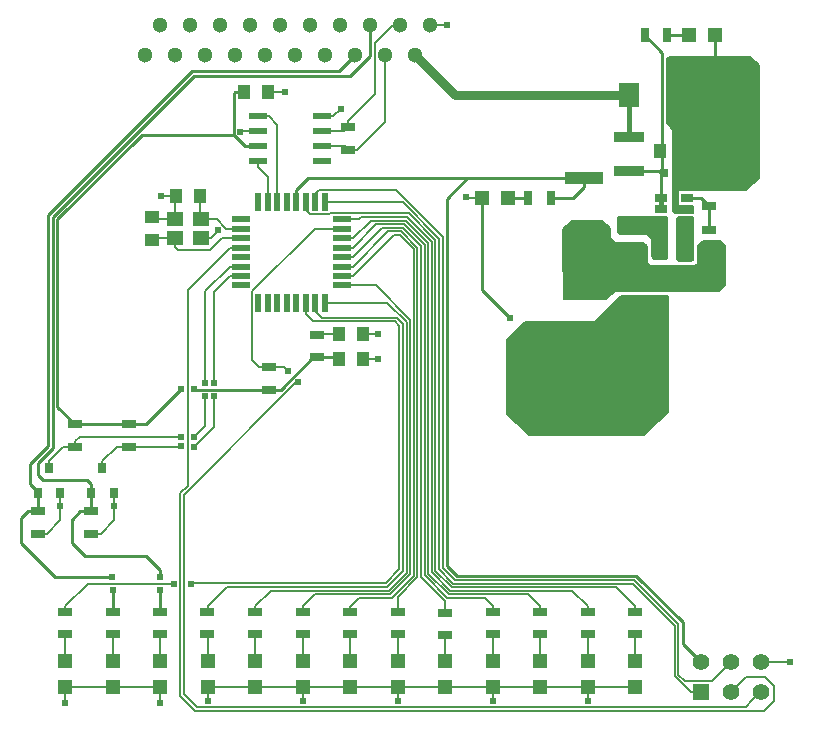
<source format=gtl>
G04 #@! TF.GenerationSoftware,KiCad,Pcbnew,5.1.5-52549c5~84~ubuntu18.04.1*
G04 #@! TF.CreationDate,2019-12-12T20:24:59-05:00*
G04 #@! TF.ProjectId,Shutdown_Sense,53687574-646f-4776-9e5f-53656e73652e,rev?*
G04 #@! TF.SameCoordinates,Original*
G04 #@! TF.FileFunction,Copper,L1,Top*
G04 #@! TF.FilePolarity,Positive*
%FSLAX46Y46*%
G04 Gerber Fmt 4.6, Leading zero omitted, Abs format (unit mm)*
G04 Created by KiCad (PCBNEW 5.1.5-52549c5~84~ubuntu18.04.1) date 2019-12-12 20:24:59*
%MOMM*%
%LPD*%
G04 APERTURE LIST*
%ADD10R,1.200000X1.200000*%
%ADD11R,1.400000X1.200000*%
%ADD12R,1.550000X0.600000*%
%ADD13R,0.700000X1.300000*%
%ADD14R,1.300000X0.700000*%
%ADD15R,0.800000X0.900000*%
%ADD16C,1.400000*%
%ADD17R,1.400000X1.400000*%
%ADD18R,1.600000X0.550000*%
%ADD19R,0.550000X1.600000*%
%ADD20R,1.000000X1.250000*%
%ADD21R,1.250000X1.000000*%
%ADD22C,1.300000*%
%ADD23R,0.800000X0.750000*%
%ADD24R,1.060000X0.650000*%
%ADD25R,3.500000X1.780000*%
%ADD26R,2.000000X1.200000*%
%ADD27R,1.600000X1.000000*%
%ADD28R,3.200000X1.000000*%
%ADD29R,1.778000X2.159000*%
%ADD30R,2.500000X0.900000*%
%ADD31C,0.800000*%
%ADD32C,0.609600*%
%ADD33C,0.152400*%
%ADD34C,0.254000*%
%ADD35C,0.381000*%
%ADD36C,0.250000*%
%ADD37C,0.800000*%
G04 APERTURE END LIST*
D10*
X145474264Y-98940800D03*
X145474264Y-96740800D03*
D11*
X138701600Y-59398000D03*
X140901600Y-59398000D03*
X140901600Y-60998000D03*
X138701600Y-60998000D03*
D12*
X151086800Y-50673000D03*
X151086800Y-51943000D03*
X151086800Y-53213000D03*
X151086800Y-54483000D03*
X145686800Y-54483000D03*
X145686800Y-53213000D03*
X145686800Y-51943000D03*
X145686800Y-50673000D03*
D13*
X180375600Y-43789600D03*
X178475600Y-43789600D03*
D14*
X134772400Y-78623200D03*
X134772400Y-76723200D03*
X131572000Y-85989200D03*
X131572000Y-84089200D03*
X130251200Y-78623200D03*
X130251200Y-76723200D03*
X127050800Y-85989200D03*
X127050800Y-84089200D03*
X146608800Y-71897200D03*
X146608800Y-73797200D03*
X153314400Y-53477200D03*
X153314400Y-51577200D03*
X150672800Y-69154000D03*
X150672800Y-71054000D03*
D15*
X132537200Y-80433200D03*
X133487200Y-82533200D03*
X131587200Y-82533200D03*
X128016000Y-80433200D03*
X128966000Y-82533200D03*
X127066000Y-82533200D03*
D16*
X188264800Y-96875600D03*
X188264800Y-99415600D03*
X185724800Y-96875600D03*
X185724800Y-99415600D03*
X183184800Y-96875600D03*
D17*
X183184800Y-99415600D03*
D18*
X152789200Y-59379200D03*
X152789200Y-60179200D03*
X152789200Y-60979200D03*
X152789200Y-61779200D03*
X152789200Y-62579200D03*
X152789200Y-63379200D03*
X152789200Y-64179200D03*
X152789200Y-64979200D03*
D19*
X151339200Y-66429200D03*
X150539200Y-66429200D03*
X149739200Y-66429200D03*
X148939200Y-66429200D03*
X148139200Y-66429200D03*
X147339200Y-66429200D03*
X146539200Y-66429200D03*
X145739200Y-66429200D03*
D18*
X144289200Y-64979200D03*
X144289200Y-64179200D03*
X144289200Y-63379200D03*
X144289200Y-62579200D03*
X144289200Y-61779200D03*
X144289200Y-60979200D03*
X144289200Y-60179200D03*
X144289200Y-59379200D03*
D19*
X145739200Y-57929200D03*
X146539200Y-57929200D03*
X147339200Y-57929200D03*
X148139200Y-57929200D03*
X148939200Y-57929200D03*
X149739200Y-57929200D03*
X150539200Y-57929200D03*
X151339200Y-57929200D03*
D10*
X141452598Y-98940800D03*
X141452598Y-96740800D03*
X149495930Y-98940800D03*
X149495930Y-96740800D03*
X153517596Y-98940800D03*
X153517596Y-96740800D03*
X157539262Y-98940800D03*
X157539262Y-96740800D03*
X137430932Y-98940800D03*
X137430932Y-96740800D03*
X133409266Y-98940800D03*
X133409266Y-96740800D03*
X161560928Y-98940800D03*
X161560928Y-96740800D03*
X165582594Y-98940800D03*
X165582594Y-96740800D03*
X169604260Y-98940800D03*
X169604260Y-96740800D03*
X173625926Y-98940800D03*
X173625926Y-96740800D03*
X177647600Y-98940800D03*
X177647600Y-96740800D03*
X129387600Y-98940800D03*
X129387600Y-96740800D03*
D20*
X146542000Y-48564800D03*
X144542000Y-48564800D03*
X138801600Y-57404000D03*
X140801600Y-57404000D03*
D21*
X136702800Y-59147200D03*
X136702800Y-61147200D03*
D20*
X154568400Y-69088000D03*
X152568400Y-69088000D03*
X154568400Y-71170800D03*
X152568400Y-71170800D03*
D22*
X155194000Y-42934000D03*
X157734000Y-42934000D03*
X160274000Y-42934000D03*
X152654000Y-42934000D03*
X159004000Y-45474000D03*
X156464000Y-45474000D03*
X153924000Y-45474000D03*
X151384000Y-45474000D03*
X150114000Y-42934000D03*
X148844000Y-45474000D03*
X147574000Y-42934000D03*
X146304000Y-45474000D03*
X145034000Y-42934000D03*
X143764000Y-45474000D03*
X142494000Y-42934000D03*
X141224000Y-45474000D03*
X139954000Y-42934000D03*
X138684000Y-45474000D03*
X137414000Y-42934000D03*
X136144000Y-45474000D03*
D10*
X182184900Y-43769700D03*
X184384900Y-43769700D03*
D20*
X181903900Y-61841500D03*
X179903900Y-61841500D03*
D23*
X180074400Y-55428000D03*
X181574400Y-55428000D03*
D24*
X182019100Y-59497300D03*
X182019100Y-58547300D03*
X182019100Y-57597300D03*
X179819100Y-57597300D03*
X179819100Y-59497300D03*
X179819100Y-58547300D03*
D25*
X173283900Y-64699000D03*
X173283900Y-69979000D03*
D26*
X177218360Y-59746400D03*
X177218360Y-62946400D03*
D27*
X179633900Y-64318000D03*
X179633900Y-67318000D03*
D28*
X173278820Y-62097900D03*
X173278820Y-55897900D03*
D14*
X183906180Y-62164120D03*
X183906180Y-60264120D03*
D13*
X170484900Y-57569700D03*
X168584900Y-57569700D03*
D21*
X177284400Y-64842000D03*
X177284400Y-66842000D03*
D10*
X166834900Y-57569700D03*
X164634900Y-57569700D03*
D14*
X183921420Y-56377920D03*
X183921420Y-58277920D03*
D29*
X181221400Y-48824000D03*
X177157400Y-48824000D03*
D20*
X179733720Y-53622060D03*
X181733720Y-53622060D03*
D30*
X177157400Y-52390500D03*
X177157400Y-55290500D03*
D14*
X129387600Y-94523600D03*
X129387600Y-92623600D03*
X177647600Y-92608400D03*
X177647600Y-94508400D03*
X173634400Y-94523600D03*
X173634400Y-92623600D03*
X169570400Y-92623600D03*
X169570400Y-94523600D03*
X165608000Y-94523600D03*
X165608000Y-92623600D03*
X161544000Y-92674400D03*
X161544000Y-94574400D03*
X157530800Y-94523600D03*
X157530800Y-92623600D03*
X153517600Y-92623600D03*
X153517600Y-94523600D03*
X149504400Y-94523600D03*
X149504400Y-92623600D03*
X145440400Y-92623600D03*
X145440400Y-94523600D03*
X141427200Y-92623600D03*
X141427200Y-94523600D03*
X133400800Y-94523600D03*
X133400800Y-92623600D03*
X137414000Y-92623600D03*
X137414000Y-94523600D03*
D31*
X174485320Y-74889480D03*
X181975780Y-46545620D03*
X186679860Y-55575320D03*
X186654460Y-49776500D03*
D32*
X167060900Y-67759700D03*
D31*
X168295340Y-72024360D03*
X186654460Y-46621820D03*
D32*
X163314400Y-57536200D03*
D31*
X171749740Y-74889480D03*
X186692560Y-52745760D03*
X169649160Y-74889480D03*
X177820340Y-74853920D03*
X184856140Y-46558320D03*
D32*
X155854400Y-69088000D03*
X155854400Y-71170800D03*
X144221200Y-51968400D03*
X147980400Y-48564800D03*
X152704800Y-50038000D03*
X137464800Y-57404000D03*
X142341600Y-60299600D03*
X161696400Y-42926000D03*
X128981200Y-83616800D03*
X133502400Y-83616800D03*
X190754000Y-96824800D03*
X137414000Y-100330000D03*
X129387600Y-100330000D03*
X141478000Y-100152199D03*
X149504400Y-100152199D03*
X157581600Y-100152199D03*
X165608000Y-100152199D03*
X173634400Y-100152199D03*
X140309600Y-73761600D03*
X139192000Y-73761600D03*
X149099492Y-73153492D03*
X148240308Y-72243508D03*
X138607800Y-90220800D03*
X140004800Y-90220802D03*
X141986000Y-73213000D03*
X141986000Y-74381400D03*
X139217400Y-78587600D03*
X140309600Y-78638400D03*
X141223997Y-74381400D03*
X141224000Y-73213000D03*
X140309592Y-77774800D03*
X139191988Y-77774800D03*
X137414000Y-90754160D03*
X137414000Y-89687360D03*
X133400800Y-90754211D03*
X133385230Y-89687411D03*
D33*
X164871900Y-57569700D02*
X164838400Y-57536200D01*
D34*
X177760400Y-67318000D02*
X177284400Y-66842000D01*
D35*
X181975780Y-48069620D02*
X181221400Y-48824000D01*
D34*
X183921420Y-56377920D02*
X182649320Y-56377920D01*
X181521220Y-53622060D02*
X181521220Y-55124820D01*
X182649320Y-56377920D02*
X181824400Y-55553000D01*
X185877260Y-56377920D02*
X186679860Y-55575320D01*
D33*
X181221400Y-48633500D02*
X181221400Y-48824000D01*
D34*
X174022400Y-69979000D02*
X173283900Y-69979000D01*
X181209699Y-58521899D02*
X181235100Y-58547300D01*
X183921420Y-56377920D02*
X185877260Y-56377920D01*
X177284400Y-66842000D02*
X177159400Y-66842000D01*
X181221400Y-48824000D02*
X181221400Y-47300000D01*
X177159400Y-66842000D02*
X174022400Y-69979000D01*
D36*
X169649160Y-74889480D02*
X169547560Y-74991080D01*
D34*
X181521220Y-55124820D02*
X181824400Y-55428000D01*
X181221400Y-47300000D02*
X181975780Y-46545620D01*
X181209699Y-56921701D02*
X181209699Y-58521899D01*
X181824400Y-56307000D02*
X181209699Y-56921701D01*
X164634900Y-57569700D02*
X164634900Y-60239060D01*
X164634900Y-65333700D02*
X167060900Y-67759700D01*
D33*
X164634900Y-57569700D02*
X163347900Y-57569700D01*
D34*
X164634900Y-60239060D02*
X164634900Y-65333700D01*
X181824400Y-55553000D02*
X181824400Y-55428000D01*
X173283900Y-69979000D02*
X173283900Y-73688060D01*
X181824400Y-55428000D02*
X181824400Y-56307000D01*
X173283900Y-73688060D02*
X174485320Y-74889480D01*
D35*
X184919640Y-46621820D02*
X184856140Y-46558320D01*
D34*
X181235100Y-58547300D02*
X182019100Y-58547300D01*
X184384900Y-46087080D02*
X184856140Y-46558320D01*
X179633900Y-67318000D02*
X177760400Y-67318000D01*
X184384900Y-43769700D02*
X184384900Y-46087080D01*
D35*
X186692560Y-49814600D02*
X186654460Y-49776500D01*
D33*
X154568400Y-69088000D02*
X155854400Y-69088000D01*
X154568400Y-71170800D02*
X155854400Y-71170800D01*
X145686800Y-51943000D02*
X144246600Y-51943000D01*
X144246600Y-51943000D02*
X144221200Y-51968400D01*
X152069800Y-50673000D02*
X152704800Y-50038000D01*
X151086800Y-50673000D02*
X152069800Y-50673000D01*
X146542000Y-48564800D02*
X147980400Y-48564800D01*
X138701600Y-57504000D02*
X138801600Y-57404000D01*
X138701600Y-59398000D02*
X138701600Y-57504000D01*
X136953600Y-59398000D02*
X136702800Y-59147200D01*
X138701600Y-59398000D02*
X136953600Y-59398000D01*
X138801600Y-57404000D02*
X137464800Y-57404000D01*
X140901600Y-60998000D02*
X141754000Y-60998000D01*
X141754000Y-60998000D02*
X142341600Y-60410400D01*
X160274000Y-42934000D02*
X161688400Y-42934000D01*
X161688400Y-42934000D02*
X161696400Y-42926000D01*
X128966000Y-82533200D02*
X128966000Y-83601600D01*
X128966000Y-83601600D02*
X128981200Y-83616800D01*
X133487200Y-82533200D02*
X133487200Y-83601600D01*
X133487200Y-83601600D02*
X133502400Y-83616800D01*
X128981200Y-84861200D02*
X128981200Y-84047852D01*
X128981200Y-84047852D02*
X128981200Y-83616800D01*
X127853200Y-85989200D02*
X128981200Y-84861200D01*
X127050800Y-85989200D02*
X127853200Y-85989200D01*
X133502400Y-84047852D02*
X133502400Y-83616800D01*
X133502400Y-84861200D02*
X133502400Y-84047852D01*
X132374400Y-85989200D02*
X133502400Y-84861200D01*
X131572000Y-85989200D02*
X132374400Y-85989200D01*
X129387600Y-98940800D02*
X133409266Y-98940800D01*
X134161666Y-98940800D02*
X137430932Y-98940800D01*
X133409266Y-98940800D02*
X134161666Y-98940800D01*
X141452598Y-98940800D02*
X145474264Y-98940800D01*
X146226664Y-98940800D02*
X149495930Y-98940800D01*
X145474264Y-98940800D02*
X146226664Y-98940800D01*
X149495930Y-98940800D02*
X153517596Y-98940800D01*
X153517596Y-98940800D02*
X157539262Y-98940800D01*
X158291662Y-98940800D02*
X161560928Y-98940800D01*
X157539262Y-98940800D02*
X158291662Y-98940800D01*
X162313328Y-98940800D02*
X165582594Y-98940800D01*
X161560928Y-98940800D02*
X162313328Y-98940800D01*
X165582594Y-98940800D02*
X169604260Y-98940800D01*
X169604260Y-98940800D02*
X173625926Y-98940800D01*
X174378326Y-98940800D02*
X177647600Y-98940800D01*
X173625926Y-98940800D02*
X174378326Y-98940800D01*
X188264800Y-96875600D02*
X190703200Y-96875600D01*
X190703200Y-96875600D02*
X190754000Y-96824800D01*
X137430932Y-98940800D02*
X137430932Y-100313068D01*
X137430932Y-100313068D02*
X137414000Y-100330000D01*
X129387600Y-98940800D02*
X129387600Y-100330000D01*
X141452598Y-98940800D02*
X141452598Y-100126797D01*
X141452598Y-100126797D02*
X141478000Y-100152199D01*
X149495930Y-98940800D02*
X149495930Y-100143729D01*
X149495930Y-100143729D02*
X149504400Y-100152199D01*
X157539262Y-98940800D02*
X157539262Y-100109861D01*
X157539262Y-100109861D02*
X157581600Y-100152199D01*
X165582594Y-98940800D02*
X165582594Y-100126793D01*
X165582594Y-100126793D02*
X165608000Y-100152199D01*
X173625926Y-98940800D02*
X173625926Y-100143725D01*
X173625926Y-100143725D02*
X173634400Y-100152199D01*
D34*
X173278820Y-55897900D02*
X173278820Y-56651900D01*
X173278820Y-56651900D02*
X172361020Y-57569700D01*
X172361020Y-57569700D02*
X171088900Y-57569700D01*
X170484900Y-57269700D02*
X170484900Y-57569700D01*
X171088900Y-57569700D02*
X170484900Y-57569700D01*
X152451600Y-71054000D02*
X152568400Y-71170800D01*
X150672800Y-71054000D02*
X152451600Y-71054000D01*
X130251200Y-76723200D02*
X134772400Y-76723200D01*
X150672800Y-71196000D02*
X150672800Y-71054000D01*
X146608800Y-73797200D02*
X147512800Y-73797200D01*
X146608800Y-73797200D02*
X140345200Y-73797200D01*
X140345200Y-73797200D02*
X140309600Y-73761600D01*
X144657800Y-53213000D02*
X145686800Y-53213000D01*
X144601182Y-53213000D02*
X144657800Y-53213000D01*
X143788000Y-48564800D02*
X143636999Y-48715801D01*
X143636999Y-52248817D02*
X144601182Y-53213000D01*
X143636999Y-48715801D02*
X143636999Y-52248817D01*
X144542000Y-48564800D02*
X143788000Y-48564800D01*
X147629600Y-73797200D02*
X147512800Y-73797200D01*
X150372800Y-71054000D02*
X147629600Y-73797200D01*
X150672800Y-71054000D02*
X150372800Y-71054000D01*
X135863583Y-52248817D02*
X143636999Y-52248817D01*
X128727200Y-59385200D02*
X135863583Y-52248817D01*
X128727200Y-75234800D02*
X128727200Y-59385200D01*
X134772400Y-76723200D02*
X130215600Y-76723200D01*
X130215600Y-76723200D02*
X128727200Y-75234800D01*
X136230400Y-76723200D02*
X134772400Y-76723200D01*
X139192000Y-73761600D02*
X136230400Y-76723200D01*
X148939200Y-57929200D02*
X148939200Y-57151278D01*
X149916500Y-55897900D02*
X148939200Y-56875200D01*
X148939200Y-56875200D02*
X148939200Y-57929200D01*
X156852500Y-55897900D02*
X149916500Y-55897900D01*
X161714300Y-55897900D02*
X156852500Y-55897900D01*
X173278820Y-55897900D02*
X161714300Y-55897900D01*
X181660818Y-95351618D02*
X183184800Y-96875600D01*
X161696468Y-57642932D02*
X161696468Y-88731030D01*
X163441500Y-55897900D02*
X161696468Y-57642932D01*
X161696468Y-88731030D02*
X162525778Y-89560340D01*
X162525778Y-89560340D02*
X177717915Y-89560341D01*
X177717915Y-89560341D02*
X181660818Y-93503246D01*
X181660818Y-93503246D02*
X181660818Y-95351618D01*
D33*
X181000400Y-98083600D02*
X182332400Y-99415600D01*
X161036050Y-89004586D02*
X162252224Y-90220760D01*
X177444360Y-90220760D02*
X181000400Y-93776800D01*
X162252224Y-90220760D02*
X177444360Y-90220760D01*
X181000400Y-93776800D02*
X181000400Y-98083600D01*
X182332400Y-99415600D02*
X183184800Y-99415600D01*
X157949996Y-57929200D02*
X151339200Y-57929200D01*
X161036050Y-61015254D02*
X157949996Y-57929200D01*
X161036050Y-61015254D02*
X161036050Y-89004586D01*
X146539200Y-56976800D02*
X146539200Y-57929200D01*
X146539200Y-55787800D02*
X146539200Y-56976800D01*
X145686800Y-54935400D02*
X146539200Y-55787800D01*
X145686800Y-54483000D02*
X145686800Y-54935400D01*
X140404892Y-100990410D02*
X140309600Y-100895118D01*
X140309600Y-100895118D02*
X140309600Y-100888800D01*
X143336800Y-61779200D02*
X144289200Y-61779200D01*
X188520155Y-100990410D02*
X140404892Y-100990410D01*
X188620400Y-98145600D02*
X189382400Y-98907600D01*
X185724800Y-99415600D02*
X186994800Y-98145600D01*
X139141200Y-99720400D02*
X139141200Y-82563918D01*
X186994800Y-98145600D02*
X188620400Y-98145600D01*
X139141200Y-82563918D02*
X139750800Y-81954318D01*
X139750800Y-65365200D02*
X143336800Y-61779200D01*
X189382400Y-98907600D02*
X189382400Y-100128165D01*
X139750800Y-81954318D02*
X139750800Y-65365200D01*
X189382400Y-100128165D02*
X188520155Y-100990410D01*
X140309600Y-100888800D02*
X139141200Y-99720400D01*
X129387600Y-95041200D02*
X129387600Y-96740800D01*
X129387600Y-94538800D02*
X129387600Y-95041200D01*
D35*
X177109760Y-48776360D02*
X177157400Y-48824000D01*
X177157400Y-48824000D02*
X177157400Y-52390500D01*
X176989760Y-48656360D02*
X177157400Y-48824000D01*
D37*
X177170400Y-48811000D02*
X177157400Y-48824000D01*
X162354000Y-48824000D02*
X159004000Y-45474000D01*
X177157400Y-48824000D02*
X162354000Y-48824000D01*
D33*
X150672800Y-69154000D02*
X150260944Y-69154000D01*
X150738800Y-69088000D02*
X150672800Y-69154000D01*
X152568400Y-69088000D02*
X150738800Y-69088000D01*
X136852000Y-60998000D02*
X136702800Y-61147200D01*
X138701600Y-60998000D02*
X136852000Y-60998000D01*
X142631882Y-60979200D02*
X143336800Y-60979200D01*
X143336800Y-60979200D02*
X144289200Y-60979200D01*
X138927200Y-61976000D02*
X141635082Y-61976000D01*
X141635082Y-61976000D02*
X142631882Y-60979200D01*
X138701600Y-61750400D02*
X138927200Y-61976000D01*
X138701600Y-60998000D02*
X138701600Y-61750400D01*
X140801600Y-59298000D02*
X140901600Y-59398000D01*
X140801600Y-57404000D02*
X140801600Y-59298000D01*
X141754000Y-59398000D02*
X140901600Y-59398000D01*
X142229434Y-59398000D02*
X141754000Y-59398000D01*
X143010634Y-60179200D02*
X142229434Y-59398000D01*
X144289200Y-60179200D02*
X143010634Y-60179200D01*
X169604260Y-95041200D02*
X169604260Y-96740800D01*
X169604260Y-94538800D02*
X169604260Y-95041200D01*
X165582594Y-95041200D02*
X165582594Y-96740800D01*
X165582594Y-94538800D02*
X165582594Y-95041200D01*
X145474264Y-95041200D02*
X145474264Y-96740800D01*
X145474264Y-94538800D02*
X145474264Y-95041200D01*
X141452598Y-95041200D02*
X141452598Y-96740800D01*
X141452598Y-94538800D02*
X141452598Y-95041200D01*
X150539200Y-57242718D02*
X150539200Y-57929200D01*
X150881319Y-56900599D02*
X150539200Y-57242718D01*
X157352461Y-56900599D02*
X150881319Y-56900599D01*
X161340859Y-60888997D02*
X157352461Y-56900599D01*
X161340860Y-88878330D02*
X161340859Y-60888997D01*
X162378480Y-89915950D02*
X161340860Y-88878330D01*
X181834865Y-98486999D02*
X181305210Y-97957344D01*
X184113401Y-98486999D02*
X181834865Y-98486999D01*
X185724800Y-96875600D02*
X184113401Y-98486999D01*
X181305210Y-97957344D02*
X181305209Y-93650543D01*
X181305209Y-93650543D02*
X177570616Y-89915950D01*
X177570616Y-89915950D02*
X162378480Y-89915950D01*
X147339200Y-56976800D02*
X147339200Y-57929200D01*
X147339200Y-51398000D02*
X147339200Y-56976800D01*
X146614200Y-50673000D02*
X147339200Y-51398000D01*
X145686800Y-50673000D02*
X146614200Y-50673000D01*
X146608800Y-71897200D02*
X146507200Y-71897200D01*
X146594555Y-71882955D02*
X146608800Y-71897200D01*
X146608800Y-71897200D02*
X147894000Y-71897200D01*
X147894000Y-71897200D02*
X148240308Y-72243508D01*
X187564801Y-100115599D02*
X188264800Y-99415600D01*
X149041092Y-73095092D02*
X139446011Y-82690173D01*
X140537465Y-100685599D02*
X186994801Y-100685599D01*
X139446011Y-99594145D02*
X140537465Y-100685599D01*
X139446011Y-82690173D02*
X139446011Y-99594145D01*
X186994801Y-100685599D02*
X187564801Y-100115599D01*
X149041092Y-73095092D02*
X149099492Y-73153492D01*
X151836800Y-60179200D02*
X152789200Y-60179200D01*
X150502718Y-60179200D02*
X151836800Y-60179200D01*
X145235599Y-65446319D02*
X150502718Y-60179200D01*
X145235599Y-71326399D02*
X145235599Y-65446319D01*
X145806400Y-71897200D02*
X145235599Y-71326399D01*
X146608800Y-71897200D02*
X145806400Y-71897200D01*
D34*
X179686900Y-55290500D02*
X179824400Y-55428000D01*
X177157400Y-55290500D02*
X179686900Y-55290500D01*
X179946220Y-55306180D02*
X179824400Y-55428000D01*
D35*
X179819100Y-57597300D02*
X179819100Y-58547300D01*
D34*
X179824400Y-55428000D02*
X179824400Y-57592000D01*
X179946220Y-53622060D02*
X179946220Y-55306180D01*
D36*
X179824400Y-53743880D02*
X179946220Y-53622060D01*
D34*
X179824400Y-57592000D02*
X179819100Y-57597300D01*
X179946220Y-45260220D02*
X178475600Y-43789600D01*
X179946220Y-53622060D02*
X179946220Y-45260220D01*
X182019100Y-61726300D02*
X181903900Y-61841500D01*
X182019100Y-59497300D02*
X182019100Y-61726300D01*
X179819100Y-59497300D02*
X179819100Y-61756700D01*
X177218360Y-59746400D02*
X179570000Y-59746400D01*
X179819100Y-61756700D02*
X179903900Y-61841500D01*
X179570000Y-59746400D02*
X179819100Y-59497300D01*
D36*
X177467460Y-59497300D02*
X177218360Y-59746400D01*
D34*
X177284400Y-64842000D02*
X173426900Y-64842000D01*
D36*
X173426140Y-64841240D02*
X173283900Y-64699000D01*
X177218360Y-64752340D02*
X177307260Y-64841240D01*
D34*
X182356300Y-64318000D02*
X183906180Y-62768120D01*
D36*
X183906180Y-62164120D02*
X184206180Y-62164120D01*
D34*
X177218360Y-64775960D02*
X177284400Y-64842000D01*
X173426900Y-64842000D02*
X173283900Y-64699000D01*
X177218360Y-62946400D02*
X177218360Y-64775960D01*
X173278820Y-64693920D02*
X173283900Y-64699000D01*
X173278820Y-62097900D02*
X173278820Y-64693920D01*
X179633900Y-64318000D02*
X177808400Y-64318000D01*
D36*
X173283900Y-62102980D02*
X173278820Y-62097900D01*
D34*
X177808400Y-64318000D02*
X177284400Y-64842000D01*
X183906180Y-62768120D02*
X183906180Y-62164120D01*
X179633900Y-64318000D02*
X182356300Y-64318000D01*
X180454800Y-43789600D02*
X180434900Y-43769700D01*
X182184900Y-43769700D02*
X182165000Y-43789600D01*
X182165000Y-43789600D02*
X180454800Y-43789600D01*
X168584900Y-57569700D02*
X166834900Y-57569700D01*
X183921420Y-58277920D02*
X183240800Y-57597300D01*
X183921420Y-60248880D02*
X183906180Y-60264120D01*
X183921420Y-58277920D02*
X183921420Y-60248880D01*
X183240800Y-57597300D02*
X182019100Y-57597300D01*
D33*
X177647600Y-95026000D02*
X177647600Y-96740800D01*
X177647600Y-94523600D02*
X177647600Y-95026000D01*
X173625926Y-95041200D02*
X173625926Y-96740800D01*
X173625926Y-94538800D02*
X173625926Y-95041200D01*
X161560928Y-94538800D02*
X161560928Y-96740800D01*
X133409266Y-94538800D02*
X133409266Y-96740800D01*
X137430932Y-95041200D02*
X137430932Y-96740800D01*
X137430932Y-94538800D02*
X137430932Y-95041200D01*
X157539262Y-95041200D02*
X157539262Y-96740800D01*
X157539262Y-94538800D02*
X157539262Y-95041200D01*
X153517596Y-94538800D02*
X153517596Y-96740800D01*
X149495930Y-95041200D02*
X149495930Y-96740800D01*
X149495930Y-94538800D02*
X149495930Y-95041200D01*
X158340677Y-59182013D02*
X160426430Y-61267766D01*
X161999712Y-90830380D02*
X172319906Y-90830380D01*
X160426430Y-89257098D02*
X161999712Y-90830380D01*
X172319906Y-90830380D02*
X173625926Y-92136400D01*
X173625926Y-92136400D02*
X173625926Y-92638800D01*
X152789200Y-59379200D02*
X154233209Y-59379200D01*
X154430396Y-59182013D02*
X158340677Y-59182013D01*
X154233209Y-59379200D02*
X154430396Y-59182013D01*
X160426430Y-61267766D02*
X160426430Y-89257098D01*
X158214420Y-59486822D02*
X160121620Y-61394022D01*
X160121620Y-89383354D02*
X161873456Y-91135190D01*
X161873456Y-91135190D02*
X168603050Y-91135190D01*
X168603050Y-91135190D02*
X169604260Y-92136400D01*
X169604260Y-92136400D02*
X169604260Y-92638800D01*
X155233978Y-59486822D02*
X158214420Y-59486822D01*
X153741600Y-60979200D02*
X155233978Y-59486822D01*
X152789200Y-60979200D02*
X153741600Y-60979200D01*
X160121620Y-89383354D02*
X160121620Y-61394022D01*
X164886194Y-91440000D02*
X165582594Y-92136400D01*
X159816810Y-89509610D02*
X161747200Y-91440000D01*
X161747200Y-91440000D02*
X164886194Y-91440000D01*
X165582594Y-92136400D02*
X165582594Y-92638800D01*
X158088163Y-59791631D02*
X159816810Y-61520278D01*
X152789200Y-61779200D02*
X153409600Y-61779200D01*
X153741600Y-61779200D02*
X155729168Y-59791632D01*
X152789200Y-61779200D02*
X153741600Y-61779200D01*
X155729168Y-59791632D02*
X158088164Y-59791632D01*
X159816810Y-61520278D02*
X159816810Y-89509610D01*
X161560928Y-91710928D02*
X159512000Y-89662000D01*
X159512000Y-61646534D02*
X157961906Y-60096440D01*
X161560928Y-92638800D02*
X161560928Y-91710928D01*
X156224360Y-60096440D02*
X157961906Y-60096440D01*
X153741600Y-62579200D02*
X156224360Y-60096440D01*
X152789200Y-62579200D02*
X153741600Y-62579200D01*
X159512000Y-89662000D02*
X159512000Y-61646534D01*
X157539262Y-91352169D02*
X157539262Y-92638800D01*
X153741600Y-63379200D02*
X156719550Y-60401250D01*
X152789200Y-63379200D02*
X153741600Y-63379200D01*
X156719550Y-60401250D02*
X157835650Y-60401250D01*
X157835650Y-60401250D02*
X159207200Y-61772800D01*
X159207200Y-61772800D02*
X159207200Y-89684231D01*
X159207200Y-89684231D02*
X157539262Y-91352169D01*
X158902390Y-89557975D02*
X157020365Y-91440000D01*
X157709394Y-60706060D02*
X158902390Y-61899056D01*
X153517596Y-92202004D02*
X153517596Y-92638800D01*
X157020365Y-91440000D02*
X154279600Y-91440000D01*
X154279600Y-91440000D02*
X153517596Y-92202004D01*
X153741600Y-64179200D02*
X152789200Y-64179200D01*
X157214740Y-60706060D02*
X153741600Y-64179200D01*
X157709394Y-60706060D02*
X157214740Y-60706060D01*
X158902390Y-89557975D02*
X158902390Y-61899056D01*
X150497130Y-91135200D02*
X149495930Y-92136400D01*
X149495930Y-92136400D02*
X149495930Y-92638800D01*
X154153334Y-91135200D02*
X150497130Y-91135200D01*
X155657200Y-64979200D02*
X158597580Y-67919580D01*
X152789200Y-64979200D02*
X155657200Y-64979200D01*
X158597580Y-67919580D02*
X158597580Y-89431719D01*
X158597580Y-89431719D02*
X156894109Y-91135190D01*
X156894109Y-91135190D02*
X154153344Y-91135190D01*
X154153344Y-91135190D02*
X154153334Y-91135200D01*
X158292770Y-89305463D02*
X158292770Y-68071970D01*
X145474264Y-92136400D02*
X146780274Y-90830390D01*
X145474264Y-92638800D02*
X145474264Y-92136400D01*
X156650000Y-66429200D02*
X151339200Y-66429200D01*
X156767853Y-90830380D02*
X158292770Y-89305463D01*
X158292770Y-68071970D02*
X156650000Y-66429200D01*
X146780274Y-90830390D02*
X153263610Y-90830390D01*
X153263610Y-90830390D02*
X153263620Y-90830380D01*
X153263620Y-90830380D02*
X156767853Y-90830380D01*
X157479990Y-67716390D02*
X157987960Y-68224360D01*
X150539200Y-66429200D02*
X150539200Y-67115682D01*
X151139908Y-67716390D02*
X157479990Y-67716390D01*
X150539200Y-67115682D02*
X151139908Y-67716390D01*
X141452598Y-92136400D02*
X141452598Y-92638800D01*
X143063428Y-90525570D02*
X141452598Y-92136400D01*
X156641597Y-90525570D02*
X143063428Y-90525570D01*
X157987960Y-68224360D02*
X157987960Y-89179207D01*
X157987960Y-89179207D02*
X156641597Y-90525570D01*
X133144767Y-90220811D02*
X133144716Y-90220760D01*
X133656833Y-90220811D02*
X133144767Y-90220811D01*
X133144716Y-90220760D02*
X131303240Y-90220760D01*
X131303240Y-90220760D02*
X129387600Y-92136400D01*
X129387600Y-92136400D02*
X129387600Y-92638800D01*
X133656884Y-90220760D02*
X133656833Y-90220811D01*
X133656884Y-90220760D02*
X138607760Y-90220760D01*
X138607760Y-90220760D02*
X138607800Y-90220800D01*
X149739200Y-67381600D02*
X149739200Y-66429200D01*
X140055602Y-90170000D02*
X156514800Y-90170000D01*
X157327600Y-68021200D02*
X150378800Y-68021200D01*
X140004800Y-90220802D02*
X140055602Y-90170000D01*
X150378800Y-68021200D02*
X149739200Y-67381600D01*
X157683150Y-68376750D02*
X157327600Y-68021200D01*
X156514800Y-90170000D02*
X157683150Y-89001650D01*
X157683150Y-89001650D02*
X157683150Y-68376750D01*
X133970000Y-78623200D02*
X134772400Y-78623200D01*
X133744800Y-78623200D02*
X133970000Y-78623200D01*
X132537200Y-79830800D02*
X133744800Y-78623200D01*
X132537200Y-80433200D02*
X132537200Y-79830800D01*
X143336800Y-64179200D02*
X144289200Y-64179200D01*
X141986000Y-65530000D02*
X143336800Y-64179200D01*
X141986000Y-73213000D02*
X141986000Y-65530000D01*
X141986000Y-74381400D02*
X141986000Y-76962000D01*
X141986000Y-76962000D02*
X140614399Y-78333601D01*
X140614399Y-78333601D02*
X140309600Y-78638400D01*
X134772400Y-78623200D02*
X139181800Y-78623200D01*
X139181800Y-78623200D02*
X139217400Y-78587600D01*
X129448800Y-78623200D02*
X130251200Y-78623200D01*
X129223600Y-78623200D02*
X129448800Y-78623200D01*
X128016000Y-79830800D02*
X129223600Y-78623200D01*
X128016000Y-80433200D02*
X128016000Y-79830800D01*
X141224000Y-73213000D02*
X141224000Y-70205600D01*
X141224000Y-65492000D02*
X141224000Y-70205600D01*
X143336800Y-63379200D02*
X141224000Y-65492000D01*
X144289200Y-63379200D02*
X143336800Y-63379200D01*
X139192000Y-77774800D02*
X139191988Y-77774800D01*
X141223997Y-76860395D02*
X140309592Y-77774800D01*
X141223997Y-74381400D02*
X141223997Y-76860395D01*
X139201601Y-77784401D02*
X139192000Y-77774800D01*
X138760936Y-77774800D02*
X139191988Y-77774800D01*
X130597200Y-77774800D02*
X138760936Y-77774800D01*
X130251200Y-78623200D02*
X130251200Y-78120800D01*
X130251200Y-78120800D02*
X130597200Y-77774800D01*
X151724117Y-58957801D02*
X150081319Y-58957801D01*
X151806319Y-58875599D02*
X151724117Y-58957801D01*
X149739200Y-58615682D02*
X149739200Y-57929200D01*
X158465329Y-58875599D02*
X151806319Y-58875599D01*
X150081319Y-58957801D02*
X149739200Y-58615682D01*
X160731240Y-89130842D02*
X160731240Y-61141510D01*
X177647600Y-92121200D02*
X176051970Y-90525570D01*
X177647600Y-92623600D02*
X177647600Y-92121200D01*
X162125968Y-90525570D02*
X160731240Y-89130842D01*
X176051970Y-90525570D02*
X162125968Y-90525570D01*
X160731240Y-61141510D02*
X158465329Y-58875599D01*
X137414000Y-92621868D02*
X137430932Y-92638800D01*
D34*
X131572000Y-82548400D02*
X131587200Y-82533200D01*
X131572000Y-84089200D02*
X131572000Y-82548400D01*
X137430932Y-92638800D02*
X137430932Y-90771092D01*
X137430932Y-90771092D02*
X137414000Y-90754160D01*
X130668000Y-84089200D02*
X131572000Y-84089200D01*
X129946400Y-84810800D02*
X130668000Y-84089200D01*
X129946400Y-86766400D02*
X129946400Y-84810800D01*
X127101600Y-81026000D02*
X127508000Y-81432400D01*
X131190400Y-81432400D02*
X131587200Y-81829200D01*
X127101600Y-79994678D02*
X127101600Y-81026000D01*
X131587200Y-81829200D02*
X131587200Y-82533200D01*
X155194000Y-45579514D02*
X153529503Y-47244011D01*
X127508000Y-81432400D02*
X131190400Y-81432400D01*
X128320790Y-59216860D02*
X128320790Y-78775488D01*
X155194000Y-42934000D02*
X155194000Y-45579514D01*
X153529503Y-47244011D02*
X140293639Y-47244011D01*
X128320790Y-78775488D02*
X127101600Y-79994678D01*
X140293639Y-47244011D02*
X128320790Y-59216860D01*
X131064000Y-87884000D02*
X129946400Y-86766400D01*
X136194800Y-87884000D02*
X131064000Y-87884000D01*
X137414000Y-89687360D02*
X137414000Y-89103200D01*
X137414000Y-89103200D02*
X136194800Y-87884000D01*
D33*
X152948600Y-51943000D02*
X153314400Y-51577200D01*
X151086800Y-51943000D02*
X152948600Y-51943000D01*
X157726000Y-42926000D02*
X157734000Y-42934000D01*
X155585399Y-44465001D02*
X157124400Y-42926000D01*
X155585399Y-48803801D02*
X155585399Y-44465001D01*
X153314400Y-51577200D02*
X153314400Y-51074800D01*
X157124400Y-42926000D02*
X157726000Y-42926000D01*
X153314400Y-51074800D02*
X155585399Y-48803801D01*
X153050200Y-53213000D02*
X153314400Y-53477200D01*
X151086800Y-53213000D02*
X153050200Y-53213000D01*
X154116800Y-53477200D02*
X156464000Y-51130000D01*
X153314400Y-53477200D02*
X154116800Y-53477200D01*
X156464000Y-51130000D02*
X156464000Y-45474000D01*
D34*
X127050800Y-82548400D02*
X127066000Y-82533200D01*
X127050800Y-84089200D02*
X127050800Y-82548400D01*
X133409266Y-92638800D02*
X133409266Y-90762677D01*
X133409266Y-90762677D02*
X133400800Y-90754211D01*
X152560400Y-46837600D02*
X140125299Y-46837600D01*
X126412000Y-80109527D02*
X126412000Y-81829200D01*
X126412000Y-81829200D02*
X127066000Y-82483200D01*
X127914379Y-78607148D02*
X126412000Y-80109527D01*
X127066000Y-82483200D02*
X127066000Y-82533200D01*
X140125299Y-46837600D02*
X127914379Y-59048520D01*
X127914379Y-59048520D02*
X127914379Y-78607148D01*
X153924000Y-45474000D02*
X152560400Y-46837600D01*
X125628400Y-84683600D02*
X126222800Y-84089200D01*
X126222800Y-84089200D02*
X127050800Y-84089200D01*
X125628400Y-86766400D02*
X125628400Y-84683600D01*
X133385230Y-89687411D02*
X128549411Y-89687411D01*
X128549411Y-89687411D02*
X125628400Y-86766400D01*
D33*
G36*
X175483700Y-60126264D02*
G01*
X175483700Y-60894700D01*
X175485164Y-60909566D01*
X175489500Y-60923860D01*
X175496542Y-60937034D01*
X175506018Y-60948582D01*
X175906018Y-61348582D01*
X175917566Y-61358058D01*
X175930740Y-61365100D01*
X175945034Y-61369436D01*
X175959900Y-61370900D01*
X178303336Y-61370900D01*
X178608700Y-61676264D01*
X178608700Y-63044700D01*
X178610164Y-63059566D01*
X178614500Y-63073860D01*
X178621542Y-63087034D01*
X178631018Y-63098582D01*
X178881018Y-63348582D01*
X178892566Y-63358058D01*
X178905740Y-63365100D01*
X178920034Y-63369436D01*
X178934900Y-63370900D01*
X182684900Y-63370900D01*
X182699766Y-63369436D01*
X182714060Y-63365100D01*
X182727234Y-63358058D01*
X182738782Y-63348582D01*
X182938782Y-63148582D01*
X182948258Y-63137034D01*
X182955300Y-63123860D01*
X182959636Y-63109566D01*
X182961100Y-63094700D01*
X182961100Y-61601264D01*
X183341464Y-61220900D01*
X184803336Y-61220900D01*
X185208700Y-61626264D01*
X185208700Y-64938136D01*
X184728336Y-65418500D01*
X175984900Y-65418500D01*
X175970034Y-65419964D01*
X175955740Y-65424300D01*
X175942566Y-65431342D01*
X175931018Y-65440818D01*
X175203336Y-66168500D01*
X171586100Y-66168500D01*
X171586100Y-63844700D01*
X171584636Y-63829834D01*
X171580300Y-63815540D01*
X171573302Y-63802432D01*
X171536100Y-63746629D01*
X171536100Y-60226264D01*
X172266464Y-59495900D01*
X174853336Y-59495900D01*
X175483700Y-60126264D01*
G37*
X175483700Y-60126264D02*
X175483700Y-60894700D01*
X175485164Y-60909566D01*
X175489500Y-60923860D01*
X175496542Y-60937034D01*
X175506018Y-60948582D01*
X175906018Y-61348582D01*
X175917566Y-61358058D01*
X175930740Y-61365100D01*
X175945034Y-61369436D01*
X175959900Y-61370900D01*
X178303336Y-61370900D01*
X178608700Y-61676264D01*
X178608700Y-63044700D01*
X178610164Y-63059566D01*
X178614500Y-63073860D01*
X178621542Y-63087034D01*
X178631018Y-63098582D01*
X178881018Y-63348582D01*
X178892566Y-63358058D01*
X178905740Y-63365100D01*
X178920034Y-63369436D01*
X178934900Y-63370900D01*
X182684900Y-63370900D01*
X182699766Y-63369436D01*
X182714060Y-63365100D01*
X182727234Y-63358058D01*
X182738782Y-63348582D01*
X182938782Y-63148582D01*
X182948258Y-63137034D01*
X182955300Y-63123860D01*
X182959636Y-63109566D01*
X182961100Y-63094700D01*
X182961100Y-61601264D01*
X183341464Y-61220900D01*
X184803336Y-61220900D01*
X185208700Y-61626264D01*
X185208700Y-64938136D01*
X184728336Y-65418500D01*
X175984900Y-65418500D01*
X175970034Y-65419964D01*
X175955740Y-65424300D01*
X175942566Y-65431342D01*
X175931018Y-65440818D01*
X175203336Y-66168500D01*
X171586100Y-66168500D01*
X171586100Y-63844700D01*
X171584636Y-63829834D01*
X171580300Y-63815540D01*
X171573302Y-63802432D01*
X171536100Y-63746629D01*
X171536100Y-60226264D01*
X172266464Y-59495900D01*
X174853336Y-59495900D01*
X175483700Y-60126264D01*
G36*
X180408700Y-75663136D02*
G01*
X178403336Y-77668500D01*
X168616464Y-77668500D01*
X166786100Y-75838136D01*
X166786100Y-69576264D01*
X168316464Y-68045900D01*
X174284900Y-68045900D01*
X174299766Y-68044436D01*
X174314060Y-68040100D01*
X174327234Y-68033058D01*
X174338782Y-68023582D01*
X176466464Y-65895900D01*
X180408700Y-65895900D01*
X180408700Y-75663136D01*
G37*
X180408700Y-75663136D02*
X178403336Y-77668500D01*
X168616464Y-77668500D01*
X166786100Y-75838136D01*
X166786100Y-69576264D01*
X168316464Y-68045900D01*
X174284900Y-68045900D01*
X174299766Y-68044436D01*
X174314060Y-68040100D01*
X174327234Y-68033058D01*
X174338782Y-68023582D01*
X176466464Y-65895900D01*
X180408700Y-65895900D01*
X180408700Y-75663136D01*
G36*
X181008700Y-58093500D02*
G01*
X180884900Y-58093500D01*
X180870034Y-58094964D01*
X180861100Y-58097674D01*
X180861100Y-57376264D01*
X180941464Y-57295900D01*
X181008700Y-57295900D01*
X181008700Y-58093500D01*
G37*
X181008700Y-58093500D02*
X180884900Y-58093500D01*
X180870034Y-58094964D01*
X180861100Y-58097674D01*
X180861100Y-57376264D01*
X180941464Y-57295900D01*
X181008700Y-57295900D01*
X181008700Y-58093500D01*
G36*
X182533700Y-62788136D02*
G01*
X182403336Y-62918500D01*
X181366464Y-62918500D01*
X181211100Y-62763136D01*
X181211100Y-59301264D01*
X181316464Y-59195900D01*
X182533700Y-59195900D01*
X182533700Y-62788136D01*
G37*
X182533700Y-62788136D02*
X182403336Y-62918500D01*
X181366464Y-62918500D01*
X181211100Y-62763136D01*
X181211100Y-59301264D01*
X181316464Y-59195900D01*
X182533700Y-59195900D01*
X182533700Y-62788136D01*
D34*
G36*
X180282900Y-62692700D02*
G01*
X179237506Y-62692700D01*
X179061900Y-62517094D01*
X179061900Y-61019700D01*
X179059460Y-60994924D01*
X179052233Y-60971099D01*
X179040497Y-60949143D01*
X179024703Y-60929897D01*
X178699703Y-60604897D01*
X178680457Y-60589103D01*
X178658501Y-60577367D01*
X178634676Y-60570140D01*
X178609900Y-60567700D01*
X176337506Y-60567700D01*
X176211900Y-60442094D01*
X176211900Y-59208200D01*
X176227233Y-59196700D01*
X180282900Y-59196700D01*
X180282900Y-62692700D01*
G37*
X180282900Y-62692700D02*
X179237506Y-62692700D01*
X179061900Y-62517094D01*
X179061900Y-61019700D01*
X179059460Y-60994924D01*
X179052233Y-60971099D01*
X179040497Y-60949143D01*
X179024703Y-60929897D01*
X178699703Y-60604897D01*
X178680457Y-60589103D01*
X178658501Y-60577367D01*
X178634676Y-60570140D01*
X178609900Y-60567700D01*
X176337506Y-60567700D01*
X176211900Y-60442094D01*
X176211900Y-59208200D01*
X176227233Y-59196700D01*
X180282900Y-59196700D01*
X180282900Y-62692700D01*
D33*
G36*
X182533700Y-58843500D02*
G01*
X181016464Y-58843500D01*
X180861100Y-58688136D01*
X180861100Y-58245900D01*
X182533700Y-58245900D01*
X182533700Y-58843500D01*
G37*
X182533700Y-58843500D02*
X181016464Y-58843500D01*
X180861100Y-58688136D01*
X180861100Y-58245900D01*
X182533700Y-58245900D01*
X182533700Y-58843500D01*
G36*
X188083700Y-46351264D02*
G01*
X188083700Y-55888136D01*
X187053336Y-56918500D01*
X181334900Y-56918500D01*
X181320034Y-56919964D01*
X181305740Y-56924300D01*
X181292566Y-56931342D01*
X181281018Y-56940818D01*
X180861100Y-57360736D01*
X180861100Y-51844700D01*
X180859636Y-51829834D01*
X180855300Y-51815540D01*
X180848258Y-51802366D01*
X180838782Y-51790818D01*
X180301820Y-51253856D01*
X180301820Y-45835544D01*
X180491464Y-45645900D01*
X187378336Y-45645900D01*
X188083700Y-46351264D01*
G37*
X188083700Y-46351264D02*
X188083700Y-55888136D01*
X187053336Y-56918500D01*
X181334900Y-56918500D01*
X181320034Y-56919964D01*
X181305740Y-56924300D01*
X181292566Y-56931342D01*
X181281018Y-56940818D01*
X180861100Y-57360736D01*
X180861100Y-51844700D01*
X180859636Y-51829834D01*
X180855300Y-51815540D01*
X180848258Y-51802366D01*
X180838782Y-51790818D01*
X180301820Y-51253856D01*
X180301820Y-45835544D01*
X180491464Y-45645900D01*
X187378336Y-45645900D01*
X188083700Y-46351264D01*
G36*
X181083700Y-58188136D02*
G01*
X180959900Y-58311936D01*
X180861100Y-58213136D01*
X180861100Y-57295900D01*
X181083700Y-57295900D01*
X181083700Y-58188136D01*
G37*
X181083700Y-58188136D02*
X180959900Y-58311936D01*
X180861100Y-58213136D01*
X180861100Y-57295900D01*
X181083700Y-57295900D01*
X181083700Y-58188136D01*
M02*

</source>
